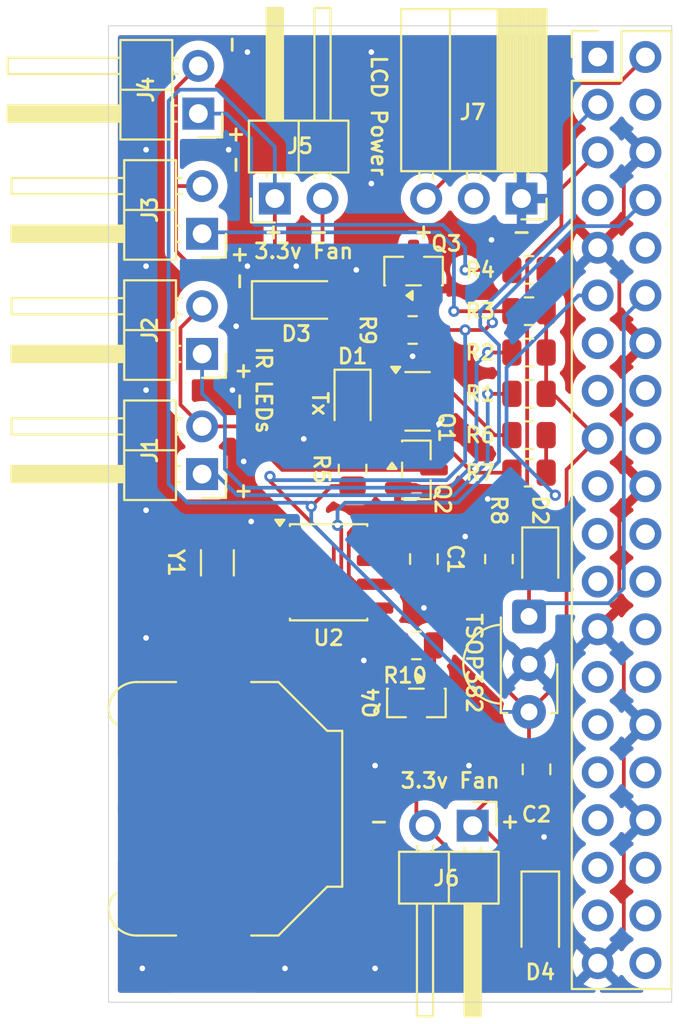
<source format=kicad_pcb>
(kicad_pcb (version 20241229) (generator "pcbnew") (generator_version "9.0")
  (layers (0 "F.Cu" signal) (2 "B.Cu" signal) (13 "F.Paste" user) (15 "B.Paste" user) (5 "F.SilkS" user "F.Silkscreen") (7 "B.SilkS" user "B.Silkscreen") (1 "F.Mask" user) (3 "B.Mask" user) (25 "Edge.Cuts" user))
  (net 0 "")
  (net 1 "GND")
  (net 2 "Net-(D3-A)")
  (net 3 "Net-(J1-Pin_2)")
  (net 4 "+3.3V")
  (net 5 "Net-(J2-Pin_1)")
  (net 6 "Net-(Q1-B)")
  (net 7 "Net-(BT1-+)")
  (net 8 "Net-(J1-Pin_1)")
  (net 9 "Net-(J4-Pin_1)")
  (net 10 "Net-(J3-Pin_1)")
  (net 13 "Net-(D4-A)")
  (net 14 "Net-(U2-OSCO)")
  (net 15 "+5V")
  (net 16 "Net-(U2-OSCI)")
  (net 17 "Net-(J8-Pin_5)")
  (net 25 "Net-(J8-Pin_8)")
  (net 33 "Net-(J8-Pin_11)")
  (net 37 "Net-(J8-Pin_3)")
  (net 46 "Net-(Q2-B)")
  (net 47 "Net-(Q3-B)")
  (net 48 "Net-(Q4-B)")
  (net 49 "Net-(D1-K)")
  (net 50 "Net-(D1-A)")
  (net 51 "Net-(D2-K)")
  (net 52 "Net-(D2-A)")
  (footprint "Package_TO_SOT_SMD:SOT-23" (layer "F.Cu") (at 138.2 83.65)
    (property "Reference" "Q2" (at 1.4 1.55 270) (layer "F.SilkS") (effects (font (size 0.8 0.8))))
    (property "Value" "MMBT2222A" (hide yes))
    (pad "1" smd roundrect (at -0.9375 -0.95) (size 1.475 0.6) (layers "F.Cu" "F.Mask" "F.Paste") (net 46 "Net-(Q2-B)"))
    (pad "2" smd roundrect (at -0.9375 0.95) (size 1.475 0.6) (layers "F.Cu" "F.Mask" "F.Paste") (net 1 "GND"))
    (pad "3" smd roundrect (at 0.9375 0) (size 1.475 0.6) (layers "F.Cu" "F.Mask" "F.Paste") (net 3 "Net-(J1-Pin_2)"))
  )
  (footprint "Connector_PinHeader_2.54mm:PinHeader_1x02_P2.54mm_Horizontal" (layer "F.Cu") (at 126.785 83.875 180)
    (property "Reference" "J1" (at 2.785 1.275 90) (layer "F.SilkS") (effects (font (size 0.8 0.8))))
    (property "Value" "HR3P-N4EC-00000" (hide yes))
    (pad "1" thru_hole rect (at 0 0 180) (size 1.7 1.7) (drill 1) (layers "*.Cu" "*.Mask") (net 8 "Net-(J1-Pin_1)"))
    (pad "2" thru_hole circle (at 0 2.54 180) (size 1.7 1.7) (drill 1) (layers "*.Cu" "*.Mask") (net 3 "Net-(J1-Pin_2)"))
  )
  (footprint "Resistor_SMD:R_0805_2012Metric" (layer "F.Cu") (at 144.2 73 180)
    (property "Reference" "R4" (at 2.6 0 0) (layer "F.SilkS") (effects (font (size 0.8 0.8))))
    (property "Value" "47" (hide yes))
    (pad "1" smd roundrect (at -0.9125 0 180) (size 1.025 1.4) (layers "F.Cu" "F.Mask" "F.Paste") (roundrect_rratio 0.243902) (net 4 "+3.3V"))
    (pad "2" smd roundrect (at 0.9125 0 180) (size 1.025 1.4) (layers "F.Cu" "F.Mask" "F.Paste") (roundrect_rratio 0.243902) (net 9 "Net-(J4-Pin_1)"))
  )
  (footprint "Resistor_SMD:R_0805_2012Metric" (layer "F.Cu") (at 144.2 83.8)
    (property "Reference" "R7" (at -2.6 0 0) (layer "F.SilkS") (effects (font (size 0.8 0.8))))
    (property "Value" "1k" (hide yes))
    (pad "1" smd roundrect (at -0.9125 0) (size 1.025 1.4) (layers "F.Cu" "F.Mask" "F.Paste") (roundrect_rratio 0.243902) (net 46 "Net-(Q2-B)"))
    (pad "2" smd roundrect (at 0.9125 0) (size 1.025 1.4) (layers "F.Cu" "F.Mask" "F.Paste") (roundrect_rratio 0.243902) (net 33 "Net-(J8-Pin_11)"))
  )
  (footprint "Battery:BatteryHolder_Keystone_3000_1x12mm" (layer "F.Cu") (at 127.4 101.7 -90)
    (property "Reference" "BT1" (hide yes))
    (property "Value" "Battery_Cell" (hide yes))
    (pad "1" smd rect (at -7.9 0 270) (size 3.5 3.3) (layers "F.Cu" "F.Mask" "F.Paste") (net 7 "Net-(BT1-+)"))
    (pad "1" smd rect (at 7.9 0 270) (size 3.5 3.3) (layers "F.Cu" "F.Mask" "F.Paste") (net 7 "Net-(BT1-+)"))
    (pad "2" smd circle (at 0 0 270) (size 10.2 10.2) (layers "F.Cu" "F.Mask") (net 1 "GND"))
  )
  (footprint "Connector_PinHeader_2.54mm:PinHeader_1x02_P2.54mm_Horizontal" (layer "F.Cu") (at 126.785 77.475 180)
    (property "Reference" "J2" (at 2.785 1.275 90) (layer "F.SilkS") (effects (font (size 0.8 0.8))))
    (property "Value" "HR3P-N4EC-00000" (hide yes))
    (pad "1" thru_hole rect (at 0 0 180) (size 1.7 1.7) (drill 1) (layers "*.Cu" "*.Mask") (net 5 "Net-(J2-Pin_1)"))
    (pad "2" thru_hole circle (at 0 2.54 180) (size 1.7 1.7) (drill 1) (layers "*.Cu" "*.Mask") (net 3 "Net-(J1-Pin_2)"))
  )
  (footprint "Package_SO:SOIC-8_3.9x4.9mm_P1.27mm" (layer "F.Cu") (at 133.525 89.105)
    (property "Reference" "U2" (at 0 3.495 0) (layer "F.SilkS") (effects (font (size 0.8 0.8))))
    (property "Value" "PCF8523T" (hide yes))
    (pad "1" smd roundrect (at -2.475 -1.905) (size 1.95 0.6) (layers "F.Cu" "F.Mask" "F.Paste") (net 16 "Net-(U2-OSCI)"))
    (pad "2" smd roundrect (at -2.475 -0.635) (size 1.95 0.6) (layers "F.Cu" "F.Mask" "F.Paste") (net 14 "Net-(U2-OSCO)"))
    (pad "3" smd roundrect (at -2.475 0.635) (size 1.95 0.6) (layers "F.Cu" "F.Mask" "F.Paste") (net 7 "Net-(BT1-+)"))
    (pad "4" smd roundrect (at -2.475 1.905) (size 1.95 0.6) (layers "F.Cu" "F.Mask" "F.Paste") (net 1 "GND"))
    (pad "5" smd roundrect (at 2.475 1.905) (size 1.95 0.6) (layers "F.Cu" "F.Mask" "F.Paste") (net 37 "Net-(J8-Pin_3)"))
    (pad "6" smd roundrect (at 2.475 0.635) (size 1.95 0.6) (layers "F.Cu" "F.Mask" "F.Paste") (net 17 "Net-(J8-Pin_5)"))
    (pad "7" smd roundrect (at 2.475 -0.635) (size 1.95 0.6) (layers "F.Cu" "F.Mask" "F.Paste"))
    (pad "8" smd roundrect (at 2.475 -1.905) (size 1.95 0.6) (layers "F.Cu" "F.Mask" "F.Paste") (net 4 "+3.3V"))
  )
  (footprint "Capacitor_SMD:C_0805_2012Metric" (layer "F.Cu") (at 144.6 99.6 -90)
    (property "Reference" "C2" (at 2.4 0 0) (layer "F.SilkS") (effects (font (size 0.8 0.8))))
    (property "Value" "10nF" (hide yes))
    (pad "1" smd roundrect (at -0.95 0 270) (size 1 1.45) (layers "F.Cu" "F.Mask" "F.Paste") (net 4 "+3.3V"))
    (pad "2" smd roundrect (at 0.95 0 270) (size 1 1.45) (layers "F.Cu" "F.Mask" "F.Paste") (net 1 "GND"))
  )
  (footprint "Resistor_SMD:R_0805_2012Metric" (layer "F.Cu") (at 144.2 81.8)
    (property "Reference" "R6" (at -2.6 0 0) (layer "F.SilkS") (effects (font (size 0.8 0.8))))
    (property "Value" "1k" (hide yes))
    (pad "1" smd roundrect (at -0.9125 0) (size 1.025 1.4) (layers "F.Cu" "F.Mask" "F.Paste") (roundrect_rratio 0.243902) (net 6 "Net-(Q1-B)"))
    (pad "2" smd roundrect (at 0.9125 0) (size 1.025 1.4) (layers "F.Cu" "F.Mask" "F.Paste") (roundrect_rratio 0.243902) (net 33 "Net-(J8-Pin_11)"))
  )
  (footprint "Diode_SMD:D_SOD-123" (layer "F.Cu") (at 131.8 74.6)
    (property "Reference" "D3" (at 0 1.8 0) (layer "F.SilkS") (effects (font (size 0.8 0.8))))
    (property "Value" "1N4007FL" (hide yes))
    (pad "1" smd roundrect (at -1.65 0) (size 0.9 1.2) (layers "F.Cu" "F.Mask" "F.Paste") (net 4 "+3.3V"))
    (pad "2" smd roundrect (at 1.65 0) (size 0.9 1.2) (layers "F.Cu" "F.Mask" "F.Paste") (net 2 "Net-(D3-A)"))
  )
  (footprint "Connector_PinHeader_2.54mm:PinHeader_1x02_P2.54mm_Horizontal" (layer "F.Cu") (at 126.585 64.675 180)
    (property "Reference" "J4" (at 2.785 1.275 90) (layer "F.SilkS") (effects (font (size 0.8 0.8))))
    (property "Value" "HR3P-N4EC-00000" (hide yes))
    (pad "1" thru_hole rect (at 0 0 180) (size 1.7 1.7) (drill 1) (layers "*.Cu" "*.Mask") (net 9 "Net-(J4-Pin_1)"))
    (pad "2" thru_hole circle (at 0 2.54 180) (size 1.7 1.7) (drill 1) (layers "*.Cu" "*.Mask") (net 49 "Net-(D1-K)"))
  )
  (footprint "Connector_PinHeader_2.54mm:PinHeader_1x02_P2.54mm_Horizontal" (layer "F.Cu") (at 130.66 69.2 90)
    (property "Reference" "J5" (at 2.8 1.34 180) (layer "F.SilkS") (effects (font (size 0.8 0.8))))
    (property "Value" "~")
    (pad "1" thru_hole rect (at 0 0 90) (size 1.7 1.7) (drill 1) (layers "*.Cu" "*.Mask") (net 4 "+3.3V"))
    (pad "2" thru_hole circle (at 0 2.54 90) (size 1.7 1.7) (drill 1) (layers "*.Cu" "*.Mask") (net 2 "Net-(D3-A)"))
  )
  (footprint "Resistor_SMD:R_0805_2012Metric" (layer "F.Cu") (at 138.2 93 180)
    (property "Reference" "R10" (at 0.6 -1.6 0) (layer "F.SilkS") (effects (font (size 0.8 0.8))))
    (property "Value" "1k" (hide yes))
    (pad "1" smd roundrect (at -0.9125 0 180) (size 1.025 1.4) (layers "F.Cu" "F.Mask" "F.Paste") (roundrect_rratio 0.243902) (net 48 "Net-(Q4-B)"))
    (pad "2" smd roundrect (at 0.9125 0 180) (size 1.025 1.4) (layers "F.Cu" "F.Mask" "F.Paste") (roundrect_rratio 0.243902) (net 25 "Net-(J8-Pin_8)"))
  )
  (footprint "Package_TO_SOT_SMD:SOT-23" (layer "F.Cu") (at 138.2 96.0625 -90)
    (property "Reference" "Q4" (at 0 2.4 90) (layer "F.SilkS") (effects (font (size 0.8 0.8))))
    (property "Value" "MMBT2222A" (hide yes))
    (pad "1" smd roundrect (at -0.9375 -0.95 270) (size 1.475 0.6) (layers "F.Cu" "F.Mask" "F.Paste") (net 48 "Net-(Q4-B)"))
    (pad "2" smd roundrect (at -0.9375 0.95 270) (size 1.475 0.6) (layers "F.Cu" "F.Mask" "F.Paste") (net 1 "GND"))
    (pad "3" smd roundrect (at 0.9375 0 270) (size 1.475 0.6) (layers "F.Cu" "F.Mask" "F.Paste") (net 13 "Net-(D4-A)"))
  )
  (footprint "Diode_SMD:D_0805_2012Metric" (layer "F.Cu") (at 144.8 88.4 -90)
    (property "Reference" "D2" (at -2.6 0 270) (layer "F.SilkS") (effects (font (size 0.8 0.8))))
    (property "Value" "LED" (hide yes))
    (pad "1" smd roundrect (at -0.9375 0 270) (size 0.975 1.4) (layers "F.Cu" "F.Mask" "F.Paste") (net 51 "Net-(D2-K)"))
    (pad "2" smd roundrect (at 0.9375 0 270) (size 0.975 1.4) (layers "F.Cu" "F.Mask" "F.Paste") (net 52 "Net-(D2-A)"))
  )
  (footprint "Resistor_SMD:R_0805_2012Metric" (layer "F.Cu") (at 144.2 79.6 180)
    (property "Reference" "R1" (at 2.6 0 0) (layer "F.SilkS") (effects (font (size 0.8 0.8))))
    (property "Value" "47" (hide yes))
    (pad "1" smd roundrect (at -0.9125 0 180) (size 1.025 1.4) (layers "F.Cu" "F.Mask" "F.Paste") (roundrect_rratio 0.243902) (net 4 "+3.3V"))
    (pad "2" smd roundrect (at 0.9125 0 180) (size 1.025 1.4) (layers "F.Cu" "F.Mask" "F.Paste") (roundrect_rratio 0.243902) (net 8 "Net-(J1-Pin_1)"))
  )
  (footprint "OptoDevice:Vishay_MINICAST-3Pin" (layer "F.Cu") (at 144.2 91.46 -90)
    (property "Reference" "U1" (hide yes))
    (property "Value" "TSOP38238" (hide yes))
    (pad "1" thru_hole roundrect (at 0 0 270) (size 1.8 1.8) (drill 0.9) (layers "*.Cu" "*.Mask") (roundrect_rratio 0.139) (net 52 "Net-(D2-A)"))
    (pad "2" thru_hole circle (at 2.54 0 270) (size 1.8 1.8) (drill 0.9) (layers "*.Cu" "*.Mask") (net 1 "GND"))
    (pad "3" thru_hole circle (at 5.08 0 270) (size 1.8 1.8) (drill 0.9) (layers "*.Cu" "*.Mask") (net 4 "+3.3V"))
  )
  (footprint "Connector_PinSocket_2.54mm:PinSocket_1x03_P2.54mm_Horizontal" (layer "F.Cu") (at 143.8 69.2 -90)
    (property "Reference" "J7" (at -4.6 2.6 180) (layer "F.SilkS") (effects (font (size 0.8 0.8))))
    (property "Value" "LCD Power" (at -4.4 7.6 270) (layer "F.SilkS") (effects (font (size 0.8 0.8))))
    (pad "1" thru_hole rect (at 0 0 270) (size 1.7 1.7) (drill 1) (layers "*.Cu" "*.Mask") (net 1 "GND"))
    (pad "2" thru_hole circle (at 0 2.54 270) (size 1.7 1.7) (drill 1) (layers "*.Cu" "*.Mask"))
    (pad "3" thru_hole circle (at 0 5.08 270) (size 1.7 1.7) (drill 1) (layers "*.Cu" "*.Mask") (net 15 "+5V"))
  )
  (footprint "Resistor_SMD:R_0805_2012Metric" (layer "F.Cu") (at 138 76.2)
    (property "Reference" "R9" (at -2.4 0 270) (layer "F.SilkS") (effects (font (size 0.8 0.8))))
    (property "Value" "1k" (hide yes))
    (pad "1" smd roundrect (at -0.9125 0) (size 1.025 1.4) (layers "F.Cu" "F.Mask" "F.Paste") (roundrect_rratio 0.243902) (net 47 "Net-(Q3-B)"))
    (pad "2" smd roundrect (at 0.9125 0) (size 1.025 1.4) (layers "F.Cu" "F.Mask" "F.Paste") (roundrect_rratio 0.243902) (net 25 "Net-(J8-Pin_8)"))
  )
  (footprint "Package_TO_SOT_SMD:SOT-23" (layer "F.Cu") (at 138.2625 80)
    (property "Reference" "Q1" (at 1.5375 1.4 270) (layer "F.SilkS") (effects (font (size 0.8 0.8))))
    (property "Value" "MMBT2222A" (hide yes))
    (pad "1" smd roundrect (at -0.9375 -0.95) (size 1.475 0.6) (layers "F.Cu" "F.Mask" "F.Paste") (net 6 "Net-(Q1-B)"))
    (pad "2" smd roundrect (at -0.9375 0.95) (size 1.475 0.6) (layers "F.Cu" "F.Mask" "F.Paste") (net 1 "GND"))
    (pad "3" smd roundrect (at 0.9375 0) (size 1.475 0.6) (layers "F.Cu" "F.Mask" "F.Paste") (net 49 "Net-(D1-K)"))
  )
  (footprint "Connector_PinHeader_2.54mm:PinHeader_1x02_P2.54mm_Horizontal" (layer "F.Cu") (at 141.2 102.6 -90)
    (property "Reference" "J6" (at 2.8 1.4 180) (layer "F.SilkS") (effects (font (size 0.8 0.8))))
    (property "Value" "~")
    (pad "1" thru_hole rect (at 0 0 270) (size 1.7 1.7) (drill 1) (layers "*.Cu" "*.Mask") (net 4 "+3.3V"))
    (pad "2" thru_hole circle (at 0 2.54 270) (size 1.7 1.7) (drill 1) (layers "*.Cu" "*.Mask") (net 13 "Net-(D4-A)"))
  )
  (footprint "Diode_SMD:D_SOD-123" (layer "F.Cu") (at 144.8 107.4 -90)
    (property "Reference" "D4" (at 3 0 0) (layer "F.SilkS") (effects (font (size 0.8 0.8))))
    (property "Value" "1N4007FL" (hide yes))
    (pad "1" smd roundrect (at -1.65 0 270) (size 0.9 1.2) (layers "F.Cu" "F.Mask" "F.Paste") (net 4 "+3.3V"))
    (pad "2" smd roundrect (at 1.65 0 270) (size 0.9 1.2) (layers "F.Cu" "F.Mask" "F.Paste") (net 13 "Net-(D4-A)"))
  )
  (footprint "Crystal:Crystal_SMD_3215-2Pin_3.2x1.5mm" (layer "F.Cu") (at 127.6 88.6 -90)
    (property "Reference" "Y1" (at 0 2.2 270) (layer "F.SilkS") (effects (font (size 0.8 0.8))))
    (property "Value" "Crystal" (hide yes))
    (pad "1" smd rect (at 1.25 0 270) (size 1 1.8) (layers "F.Cu" "F.Mask" "F.Paste") (net 14 "Net-(U2-OSCO)"))
    (pad "2" smd rect (at -1.25 0 270) (size 1 1.8) (layers "F.Cu" "F.Mask" "F.Paste") (net 16 "Net-(U2-OSCI)"))
  )
  (footprint "Resistor_SMD:R_0805_2012Metric" (layer "F.Cu") (at 134.8 83.6 90)
    (property "Reference" "R5" (at 0 -1.65 270) (layer "F.SilkS") (effects (font (size 0.8 0.8))))
    (property "Value" "470" (hide yes))
    (pad "1" smd roundrect (at -0.9125 0 90) (size 1.025 1.4) (layers "F.Cu" "F.Mask" "F.Paste") (roundrect_rratio 0.243902) (net 4 "+3.3V"))
    (pad "2" smd roundrect (at 0.9125 0 90) (size 1.025 1.4) (layers "F.Cu" "F.Mask" "F.Paste") (roundrect_rratio 0.243902) (net 50 "Net-(D1-A)"))
  )
  (footprint "Resistor_SMD:R_0805_2012Metric" (layer "F.Cu") (at 144.2 77.4 180)
    (property "Reference" "R2" (at 2.6 0 0) (layer "F.SilkS") (effects (font (size 0.8 0.8))))
    (property "Value" "47" (hide yes))
    (pad "1" smd roundrect (at -0.9125 0 180) (size 1.025 1.4) (layers "F.Cu" "F.Mask" "F.Paste") (roundrect_rratio 0.243902) (net 4 "+3.3V"))
    (pad "2" smd roundrect (at 0.9125 0 180) (size 1.025 1.4) (layers "F.Cu" "F.Mask" "F.Paste") (roundrect_rratio 0.243902) (net 5 "Net-(J2-Pin_1)"))
  )
  (footprint "Diode_SMD:D_0805_2012Metric" (layer "F.Cu") (at 134.8 80 -90)
    (property "Reference" "D1" (at -2.4 0 180) (layer "F.SilkS") (effects (font (size 0.8 0.8))))
    (property "Value" "LED" (hide yes))
    (pad "1" smd roundrect (at -0.9375 0 270) (size 0.975 1.4) (layers "F.Cu" "F.Mask" "F.Paste") (net 49 "Net-(D1-K)"))
    (pad "2" smd roundrect (at 0.9375 0 270) (size 0.975 1.4) (layers "F.Cu" "F.Mask" "F.Paste") (net 50 "Net-(D1-A)"))
  )
  (footprint "Resistor_SMD:R_0805_2012Metric" (layer "F.Cu") (at 142.6 88.4 90)
    (property "Reference" "R8" (at 2.6 0 270) (layer "F.SilkS") (effects (font (size 0.8 0.8))))
    (property "Value" "470" (hide yes))
    (pad "1" smd roundrect (at -0.9125 0 90) (size 1.025 1.4) (layers "F.Cu" "F.Mask" "F.Paste") (roundrect_rratio 0.243902) (net 1 "GND"))
    (pad "2" smd roundrect (at 0.9125 0 90) (size 1.025 1.4) (layers "F.Cu" "F.Mask" "F.Paste") (roundrect_rratio 0.243902) (net 51 "Net-(D2-K)"))
  )
  (footprint "Capacitor_SMD:C_0805_2012Metric" (layer "F.Cu") (at 138.6 88.4 -90)
    (property "Reference" "C1" (at 0 -1.68 270) (layer "F.SilkS") (effects (font (size 0.8 0.8))))
    (property "Value" "10nF" (hide yes))
    (pad "1" smd roundrect (at -0.95 0 270) (size 1 1.45) (layers "F.Cu" "F.Mask" "F.Paste") (net 4 "+3.3V"))
    (pad "2" smd roundrect (at 0.95 0 270) (size 1 1.45) (layers "F.Cu" "F.Mask" "F.Paste") (net 1 "GND"))
  )
  (footprint "Connector_PinHeader_2.54mm:PinHeader_1x02_P2.54mm_Horizontal" (layer "F.Cu") (at 126.785 71.075 180)
    (property "Reference" "J3" (at 2.785 1.275 90) (layer "F.SilkS") (effects (font (size 0.8 0.8))))
    (property "Value" "HR3P-N4EC-00000" (hide yes))
    (pad "1" thru_hole rect (at 0 0 180) (size 1.7 1.7) (drill 1) (layers "*.Cu" "*.Mask") (net 10 "Net-(J3-Pin_1)"))
    (pad "2" thru_hole circle (at 0 2.54 180) (size 1.7 1.7) (drill 1) (layers "*.Cu" "*.Mask") (net 49 "Net-(D1-K)"))
  )
  (footprint "Resistor_SMD:R_0805_2012Metric" (layer "F.Cu") (at 144.2 75.2 180)
    (property "Reference" "R3" (at 2.6 0 0) (layer "F.SilkS") (effects (font (size 0.8 0.8))))
    (property "Value" "47" (hide yes))
    (pad "1" smd roundrect (at -0.9125 0 180) (size 1.025 1.4) (layers "F.Cu" "F.Mask" "F.Paste") (roundrect_rratio 0.243902) (net 4 "+3.3V"))
    (pad "2" smd roundrect (at 0.9125 0 180) (size 1.025 1.4) (layers "F.Cu" "F.Mask" "F.Paste") (roundrect_rratio 0.243902) (net 10 "Net-(J3-Pin_1)"))
  )
  (footprint "Connector_PinHeader_2.54mm:PinHeader_2x20_P2.54mm_Vertical" (layer "F.Cu") (at 147.86 61.66)
    (property "Reference" "J8" (hide yes))
    (property "Value" "Conn_02x20_Odd_Even" (hide yes))
    (pad "1" thru_hole rect (at 0 0) (size 1.7 1.7) (drill 1) (layers "*.Cu" "*.Mask"))
    (pad "2" thru_hole circle (at 2.54 0) (size 1.7 1.7) (drill 1) (layers "*.Cu" "*.Mask") (net 15 "+5V"))
    (pad "3" thru_hole circle (at 0 2.54) (size 1.7 1.7) (drill 1) (layers "*.Cu" "*.Mask") (net 37 "Net-(J8-Pin_3)"))
    (pad "4" thru_hole circle (at 2.54 2.54) (size 1.7 1.7) (drill 1) (layers "*.Cu" "*.Mask"))
    (pad "5" thru_hole circle (at 0 5.08) (size 1.7 1.7) (drill 1) (layers "*.Cu" "*.Mask") (net 17 "Net-(J8-Pin_5)"))
    (pad "6" thru_hole circle (at 2.54 5.08) (size 1.7 1.7) (drill 1) (layers "*.Cu" "*.Mask") (net 1 "GND"))
    (pad "7" thru_hole circle (at 0 7.62) (size 1.7 1.7) (drill 1) (layers "*.Cu" "*.Mask"))
    (pad "8" thru_hole circle (at 2.54 7.62) (size 1.7 1.7) (drill 1) (layers "*.Cu" "*.Mask") (net 25 "Net-(J8-Pin_8)"))
    (pad "9" thru_hole circle (at 0 10.16) (size 1.7 1.7) (drill 1) (layers "*.Cu" "*.Mask") (net 1 "GND"))
    (pad "10" thru_hole circle (at 2.54 10.16) (size 1.7 1.7) (drill 1) (layers "*.Cu" "*.Mask"))
    (pad "11" thru_hole circle (at 0 12.7) (size 1.7 1.7) (drill 1) (layers "*.Cu" "*.Mask") (net 33 "Net-(J8-Pin_11)"))
    (pad "12" thru_hole circle (at 2.54 12.7) (size 1.7 1.7) (drill 1) (layers "*.Cu" "*.Mask") (net 52 "Net-(D2-A)"))
    (pad "13" thru_hole circle (at 0 15.24) (size 1.7 1.7) (drill 1) (layers "*.Cu" "*.Mask"))
    (pad "14" thru_hole circle (at 2.54 15.24) (size 1.7 1.7) (drill 1) (layers "*.Cu" "*.Mask") (net 1 "GND"))
    (pad "15" thru_hole circle (at 0 17.78) (size 1.7 1.7) (drill 1) (layers "*.Cu" "*.Mask"))
    (pad "16" thru_hole circle (at 2.54 17.78) (size 1.7 1.7) (drill 1) (layers "*.Cu" "*.Mask"))
    (pad "17" thru_hole circle (at 0 20.32) (size 1.7 1.7) (drill 1) (layers "*.Cu" "*.Mask") (net 4 "+3.3V"))
    (pad "18" thru_hole circle (at 2.54 20.32) (size 1.7 1.7) (drill 1) (layers "*.Cu" "*.Mask"))
    (pad "19" thru_hole circle (at 0 22.86) (size 1.7 1.7) (drill 1) (layers "*.Cu" "*.Mask"))
    (pad "20" thru_hole circle (at 2.54 22.86) (size 1.7 1.7) (drill 1) (layers "*.Cu" "*.Mask") (net 1 "GND"))
    (pad "21" thru_hole circle (at 0 25.4) (size 1.7 1.7) (drill 1) (layers "*.Cu" "*.Mask"))
    (pad "22" thru_hole circle (at 2.54 25.4) (size 1.7 1.7) (drill 1) (layers "*.Cu" "*.Mask"))
    (pad "23" thru_hole circle (at 0 27.94) (size 1.7 1.7) (drill 1) (layers "*.Cu" "*.Mask"))
    (pad "24" thru_hole circle (at 2.54 27.94) (size 1.7 1.7) (drill 1) (layers "*.Cu" "*.Mask"))
    (pad "25" thru_hole circle (at 0 30.48) (size 1.7 1.7) (drill 1) (layers "*.Cu" "*.Mask") (net 1 "GND"))
    (pad "26" thru_hole circle (at 2.54 30.48) (size 1.7 1.7) (drill 1) (layers "*.Cu" "*.Mask"))
    (pad "27" thru_hole circle (at 0 33.02) (size 1.7 1.7) (drill 1) (layers "*.Cu" "*.Mask"))
    (pad "28" thru_hole circle (at 2.54 33.02) (size 1.7 1.7) (drill 1) (layers "*.Cu" "*.Mask"))
    (pad "29" thru_hole circle (at 0 35.56) (size 1.7 1.7) (drill 1) (layers "*.Cu" "*.Mask"))
    (pad "30" thru_hole circle (at 2.54 35.56) (size 1.7 1.7) (drill 1) (layers "*.Cu" "*.Mask") (net 1 "GND"))
    (pad "31" thru_hole circle (at 0 38.1) (size 1.7 1.7) (drill 1) (layers "*.Cu" "*.Mask"))
    (pad "32" thru_hole circle (at 2.54 38.1) (size 1.7 1.7) (drill 1) (layers "*.Cu" "*.Mask"))
    (pad "33" thru_hole circle (at 0 40.64) (size 1.7 1.7) (drill 1) (layers "*.Cu" "*.Mask"))
    (pad "34" thru_hole circle (at 2.54 40.64) (size 1.7 1.7) (drill 1) (layers "*.Cu" "*.Mask") (net 1 "GND"))
    (pad "35" thru_hole circle (at 0 43.18) (size 1.7 1.7) (drill 1) (layers "*.Cu" "*.Mask"))
    (pad "36" thru_hole circle (at 2.54 43.18) (size 1.7 1.7) (drill 1) (layers "*.Cu" "*.Mask"))
    (pad "37" thru_hole circle (at 0 45.72) (size 1.7 1.7) (drill 1) (layers "*.Cu" "*.Mask"))
    (pad "38" thru_hole circle (at 2.54 45.72) (size 1.7 1.7) (drill 1) (layers "*.Cu" "*.Mask"))
    (pad "39" thru_hole circle (at 0 48.26) (size 1.7 1.7) (drill 1) (layers "*.Cu" "*.Mask") (net 1 "GND"))
    (pad "40" thru_hole circle (at 2.54 48.26) (size 1.7 1.7) (drill 1) (layers "*.Cu" "*.Mask"))
  )
  (footprint "Package_TO_SOT_SMD:SOT-23" (layer "F.Cu") (at 138.05 73.0625 90)
    (property "Reference" "Q3" (at 1.4625 1.75 0) (layer "F.SilkS") (effects (font (size 0.8 0.8))))
    (property "Value" "MMBT2222A" (hide yes))
    (pad "1" smd roundrect (at -0.9375 -0.95 90) (size 1.475 0.6) (layers "F.Cu" "F.Mask" "F.Paste") (net 47 "Net-(Q3-B)"))
    (pad "2" smd roundrect (at -0.9375 0.95 90) (size 1.475 0.6) (layers "F.Cu" "F.Mask" "F.Paste") (net 1 "GND"))
    (pad "3" smd roundrect (at 0.9375 0 90) (size 1.475 0.6) (layers "F.Cu" "F.Mask" "F.Paste") (net 2 "Net-(D3-A)"))
  )
  (gr_line (start 151.8 60) (end 121.8 60) (stroke (width 0.05)) (layer "Edge.Cuts"))
  (gr_line (start 121.8 60) (end 121.8 112) (stroke (width 0.05)) (layer "Edge.Cuts"))
  (gr_line (start 151.8 112) (end 151.8 60) (stroke (width 0.05)) (layer "Edge.Cuts"))
  (gr_line (start 121.8 112) (end 151.8 112) (stroke (width 0.05)) (layer "Edge.Cuts"))
  (gr_text "Tx" (at 132.6 79.4 270) (layer "F.SilkS") (effects (font (size 0.8 0.8) (thickness 0.15) (bold yes)) (justify left bottom)))
  (gr_text "IR LEDs" (at 129.6 77 270) (layer "F.SilkS") (effects (font (size 0.8 0.8) (thickness 0.15) (bold yes)) (justify left bottom)))
  (gr_text "-" (at 129.2 74.2 90) (layer "F.SilkS") (effects (font (size 0.8 0.8) (thickness 0.15) (bold yes)) (justify left bottom)))
  (gr_text "+" (at 131 71.6 90) (layer "F.SilkS") (effects (font (size 0.8 0.8) (thickness 0.15) (bold yes)) (justify left bottom)))
  (gr_text "+" (at 128.4 78.8 0) (layer "F.SilkS") (effects (font (size 0.8 0.8) (thickness 0.15) (bold yes)) (justify left bottom)))
  (gr_text "-" (at 129.2 80.6 90) (layer "F.SilkS") (effects (font (size 0.8 0.8) (thickness 0.15) (bold yes)) (justify left bottom)))
  (gr_text "+" (at 128 66.2 0) (layer "F.SilkS") (effects (font (size 0.8 0.8) (thickness 0.15) (bold yes)) (justify left bottom)))
  (gr_text "-" (at 133.6 70.6 180) (layer "F.SilkS") (effects (font (size 0.8 0.8) (thickness 0.15) (bold yes)) (justify left bottom)))
  (gr_text "-" (at 136.8 102 180) (layer "F.SilkS") (effects (font (size 0.8 0.8) (thickness 0.15) (bold yes)) (justify left bottom)))
  (gr_text "+" (at 128.4 85.2 0) (layer "F.SilkS") (effects (font (size 0.8 0.8) (thickness 0.15) (bold yes)) (justify left bottom)))
  (gr_text "-" (at 144.4 70.6 180) (layer "F.SilkS") (effects (font (size 0.8 0.8) (thickness 0.15) (bold yes)) (justify left bottom)))
  (gr_text "-" (at 128.8 61.6 90) (layer "F.SilkS") (effects (font (size 0.8 0.8) (thickness 0.15) (bold yes)) (justify left bottom)))
  (gr_text "3.3v Fan" (at 140 100.2 0) (layer "F.SilkS") (effects (font (size 0.8 0.8))))
  (gr_text "+" (at 143.6 103 90) (layer "F.SilkS") (effects (font (size 0.8 0.8) (thickness 0.15) (bold yes)) (justify left bottom)))
  (gr_text "+" (at 139 71.6 90) (layer "F.SilkS") (effects (font (size 0.8 0.8) (thickness 0.15) (bold yes)) (justify left bottom)))
  (gr_text "TSOP382" (at 140.8 91.2 270) (layer "F.SilkS") (effects (font (size 0.8 0.8) (thickness 0.15) (bold yes)) (justify left bottom)))
  (gr_text "3.3v Fan" (at 132.2 72 0) (layer "F.SilkS") (effects (font (size 0.8 0.8))))
  (gr_text "-" (at 129 68 90) (layer "F.SilkS") (effects (font (size 0.8 0.8) (thickness 0.15) (bold yes)) (justify left bottom)))
  (gr_text "+" (at 128.2 72.6 0) (layer "F.SilkS") (effects (font (size 0.8 0.8) (thickness 0.15) (bold yes)) (justify left bottom)))
  (segment (start 149.249 70.431) (end 147.86 71.82) (width 0.2) (layer "F.Cu") (net 1))
  (segment (start 147.86 109.92) (end 149.249 108.531) (width 0.2) (layer "F.Cu") (net 1))
  (segment (start 149.249 98.371) (end 149.249 101.149) (width 0.2) (layer "F.Cu") (net 1))
  (segment (start 149.249 78.051) (end 150.4 76.9) (width 0.2) (layer "F.Cu") (net 1))
  (segment (start 149.249 67.891) (end 149.249 70.431) (width 0.2) (layer "F.Cu") (net 1))
  (segment (start 149.011 90.989) (end 149.011 85.909) (width 0.2) (layer "F.Cu") (net 1))
  (segment (start 150.4 97.22) (end 149.249 98.371) (width 0.2) (layer "F.Cu") (net 1))
  (segment (start 149.249 101.149) (end 150.4 102.3) (width 0.2) (layer "F.Cu") (net 1))
  (segment (start 150.4 84.52) (end 149.249 83.369) (width 0.2) (layer "F.Cu") (net 1))
  (segment (start 149.011 85.909) (end 150.4 84.52) (width 0.2) (layer "F.Cu") (net 1))
  (segment (start 150.4 97.22) (end 149.249 96.069) (width 0.2) (layer "F.Cu") (net 1))
  (segment (start 149.249 108.531) (end 149.249 103.451) (width 0.2) (layer "F.Cu") (net 1))
  (segment (start 147.86 92.14) (end 149.011 90.989) (width 0.2) (layer "F.Cu") (net 1))
  (segment (start 150.4 66.74) (end 149.249 67.891) (width 0.2) (layer "F.Cu") (net 1))
  (segment (start 149.011 75.511) (end 149.011 72.971) (width 0.2) (layer "F.Cu") (net 1))
  (segment (start 149.249 103.451) (end 150.4 102.3) (width 0.2) (layer "F.Cu") (net 1))
  (segment (start 149.249 93.529) (end 147.86 92.14) (width 0.2) (layer "F.Cu") (net 1))
  (segment (start 149.249 83.369) (end 149.249 78.051) (width 0.2) (layer "F.Cu") (net 1))
  (segment (start 149.249 96.069) (end 149.249 93.529) (width 0.2) (layer "F.Cu") (net 1))
  (segment (start 150.4 76.9) (end 149.011 75.511) (width 0.2) (layer "F.Cu") (net 1))
  (segment (start 149.011 72.971) (end 147.86 71.82) (width 0.2) (layer "F.Cu") (net 1))
  (via (at 131.2 110.2) (size 0.6) (drill 0.3) (layers "F.Cu" "B.Cu") (net 1))
  (via (at 139.4 81.2) (size 0.6) (drill 0.3) (layers "F.Cu" "B.Cu") (net 1))
  (via (at 128.4 79.4) (size 0.6) (drill 0.3) (layers "F.Cu" "B.Cu") (net 1))
  (via (at 138.6 91) (size 0.6) (drill 0.3) (layers "F.Cu" "B.Cu") (net 1))
  (via (at 123.8 72.8) (size 0.6) (drill 0.3) (layers "F.Cu" "B.Cu") (net 1))
  (via (at 136 110.2) (size 0.6) (drill 0.3) (layers "F.Cu" "B.Cu") (net 1))
  (via (at 135.8 61.4) (size 0.6) (drill 0.3) (layers "F.Cu" "B.Cu") (net 1))
  (via (at 132.2 82) (size 0.6) (drill 0.3) (layers "F.Cu" "B.Cu") (net 1))
  (via (at 135.8 68.4) (size 0.6) (drill 0.3) (layers "F.Cu" "B.Cu") (net 1))
  (via (at 136 99.4) (size 0.6) (drill 0.3) (layers "F.Cu" "B.Cu") (net 1))
  (via (at 140.8 87.2) (size 0.6) (drill 0.3) (layers "F.Cu" "B.Cu") (net 1))
  (via (at 145 103.2) (size 0.6) (drill 0.3) (layers "F.Cu" "B.Cu") (net 1))
  (via (at 123.6 110.2) (size 0.6) (drill 0.3) (layers "F.Cu" "B.Cu") (net 1))
  (via (at 142.2 71.4) (size 0.6) (drill 0.3) (layers "F.Cu" "B.Cu") (net 1))
  (via (at 135.4 93.8) (size 0.6) (drill 0.3) (layers "F.Cu" "B.Cu") (net 1))
  (via (at 123.8 85.8) (size 0.6) (drill 0.3) (layers "F.Cu" "B.Cu") (net 1))
  (via (at 129.2 61.4) (size 0.6) (drill 0.3) (layers "F.Cu" "B.Cu") (net 1))
  (via (at 129 83.2) (size 0.6) (drill 0.3) (layers "F.Cu" "B.Cu") (net 1))
  (via (at 123.8 92.6) (size 0.6) (drill 0.3) (layers "F.Cu" "B.Cu") (net 1))
  (via (at 138 77.6) (size 0.6) (drill 0.3) (layers "F.Cu" "B.Cu") (net 1))
  (via (at 141 99.4) (size 0.6) (drill 0.3) (layers "F.Cu" "B.Cu") (net 1))
  (via (at 123.8 79.4) (size 0.6) (drill 0.3) (layers "F.Cu" "B.Cu") (net 1))
  (via (at 128.2 66.6) (size 0.6) (drill 0.3) (layers "F.Cu" "B.Cu") (net 1))
  (via (at 129.4 86.4) (size 0.6) (drill 0.3) (layers "F.Cu" "B.Cu") (net 1))
  (via (at 129.2 72.8) (size 0.6) (drill 0.3) (layers "F.Cu" "B.Cu") (net 1))
  (via (at 128.6 76) (size 0.6) (drill 0.3) (layers "F.Cu" "B.Cu") (net 1))
  (via (at 135 73) (size 0.6) (drill 0.3) (layers "F.Cu" "B.Cu") (net 1))
  (via (at 131.8 72.8) (size 0.6) (drill 0.3) (layers "F.Cu" "B.Cu") (net 1))
  (via (at 123.8 66.6) (size 0.6) (drill 0.3) (layers "F.Cu" "B.Cu") (net 1))
  (via (at 142 85.2) (size 0.6) (drill 0.3) (layers "F.Cu" "B.Cu") (net 1))
  (segment (start 133.45 74.6) (end 135 74.6) (width 0.2) (layer "F.Cu") (net 2))
  (segment (start 133.2 69.2) (end 133.2 74.35) (width 0.2) (layer "F.Cu") (net 2))
  (segment (start 135 74.6) (end 137.475 72.125) (width 0.2) (layer "F.Cu") (net 2))
  (segment (start 137.475 72.125) (end 138.05 72.125) (width 0.2) (layer "F.Cu") (net 2))
  (segment (start 133.2 74.35) (end 133.45 74.6) (width 0.2) (layer "F.Cu") (net 2))
  (segment (start 139.1375 83.65) (end 131.05 83.65) (width 0.2) (layer "F.Cu") (net 3))
  (segment (start 125.634 80.184) (end 126.785 81.335) (width 0.2) (layer "F.Cu") (net 3))
  (segment (start 126.785 74.935) (end 125.634 76.086) (width 0.2) (layer "F.Cu") (net 3))
  (segment (start 125.634 76.086) (end 125.634 80.184) (width 0.2) (layer "F.Cu") (net 3))
  (segment (start 131.05 83.65) (end 128.735 81.335) (width 0.2) (layer "F.Cu") (net 3))
  (segment (start 128.735 81.335) (end 126.785 81.335) (width 0.2) (layer "F.Cu") (net 3))
  (segment (start 147.86 81.98) (end 145.48 79.6) (width 0.2) (layer "F.Cu") (net 4))
  (segment (start 144.8 105.75) (end 141.65 102.6) (width 0.2) (layer "F.Cu") (net 4))
  (segment (start 136 87.2) (end 138.35 87.2) (width 0.2) (layer "F.Cu") (net 4))
  (segment (start 145.48 79.6) (end 145.1125 79.6) (width 0.2) (layer "F.Cu") (net 4))
  (segment (start 141.2 102.05) (end 144.6 98.65) (width 0.2) (layer "F.Cu") (net 4))
  (segment (start 130.66 74.09) (end 130.15 74.6) (width 0.2) (layer "F.Cu") (net 4))
  (segment (start 144.2 96.54) (end 144.2 98.25) (width 0.2) (layer "F.Cu") (net 4))
  (segment (start 146.201 94.539) (end 146.201 83.639) (width 0.2) (layer "F.Cu") (net 4))
  (segment (start 145.1125 73) (end 145.1125 75.2) (width 0.2) (layer "F.Cu") (net 4))
  (segment (start 134.8 84.5125) (end 133.6875 84.5125) (width 0.2) (layer "F.Cu") (net 4))
  (segment (start 140.4 89.25) (end 140.4 92.74) (width 0.2) (layer "F.Cu") (net 4))
  (segment (start 140.4 92.74) (end 144.2 96.54) (width 0.2) (layer "F.Cu") (net 4))
  (segment (start 144.2 96.54) (end 146.201 94.539) (width 0.2) (layer "F.Cu") (net 4))
  (segment (start 138.6 87.45) (end 140.4 89.25) (width 0.2) (layer "F.Cu") (net 4))
  (segment (start 130.66 69.2) (end 130.66 74.09) (width 0.2) (layer "F.Cu") (net 4))
  (segment (start 141.65 102.6) (end 141.2 102.6) (width 0.2) (layer "F.Cu") (net 4))
  (segment (start 141.2 102.6) (end 141.2 102.05) (width 0.2) (layer "F.Cu") (net 4))
  (segment (start 145.1125 77.4) (end 145.1125 75.2) (width 0.2) (layer "F.Cu") (net 4))
  (segment (start 145.1125 79.6) (end 145.1125 77.4) (width 0.2) (layer "F.Cu") (net 4))
  (segment (start 146.201 83.639) (end 147.86 81.98) (width 0.2) (layer "F.Cu") (net 4))
  (segment (start 138.35 87.2) (end 138.6 87.45) (width 0.2) (layer "F.Cu") (net 4))
  (segment (start 144.2 98.25) (end 144.6 98.65) (width 0.2) (layer "F.Cu") (net 4))
  (segment (start 133.6875 84.5125) (end 132.6 85.6) (width 0.2) (layer "F.Cu") (net 4))
  (via (at 132.6 85.6) (size 0.6) (drill 0.3) (layers "F.Cu" "B.Cu") (net 4))
  (segment (start 132.6 85.6) (end 132.6 85.4) (width 0.2) (layer "B.Cu") (net 4))
  (segment (start 125.6 63.4) (end 125 64) (width 0.2) (layer "B.Cu") (net 4))
  (segment (start 130.66 66.448) (end 127.612 63.4) (width 0.2) (layer "B.Cu") (net 4))
  (segment (start 130.66 69.2) (end 130.66 66.448) (width 0.2) (layer "B.Cu") (net 4))
  (segment (start 144.2 96.54) (end 142.690057 96.54) (width 0.2) (layer "B.Cu") (net 4))
  (segment (start 125 64) (end 125 84.4) (width 0.2) (layer "B.Cu") (net 4))
  (segment (start 127.612 63.4) (end 125.6 63.4) (width 0.2) (layer "B.Cu") (net 4))
  (segment (start 132.6 86.449943) (end 132.6 85.4) (width 0.2) (layer "B.Cu") (net 4))
  (segment (start 132.4 85.4) (end 132.6 85.6) (width 0.2) (layer "B.Cu") (net 4))
  (segment (start 126 85.4) (end 132.4 85.4) (width 0.2) (layer "B.Cu") (net 4))
  (segment (start 125 84.4) (end 126 85.4) (width 0.2) (layer "B.Cu") (net 4))
  (segment (start 142.690057 96.54) (end 132.6 86.449943) (width 0.2) (layer "B.Cu") (net 4))
  (segment (start 143.2875 77.4) (end 142 77.4) (width 0.2) (layer "F.Cu") (net 5))
  (via (at 142 77.4) (size 0.6) (drill 0.3) (layers "F.Cu" "B.Cu") (net 5))
  (segment (start 141.4 79.350057) (end 141.4 78) (width 0.2) (layer "B.Cu") (net 5))
  (segment (start 126.785 77.475) (end 126.785 79.585) (width 0.2) (layer "B.Cu") (net 5))
  (segment (start 128 83.6) (end 128.999 84.599) (width 0.2) (layer "B.Cu") (net 5))
  (segment (start 141.399 79.351057) (end 141.4 79.350057) (width 0.2) (layer "B.Cu") (net 5))
  (segment (start 141.4 78) (end 142 77.4) (width 0.2) (layer "B.Cu") (net 5))
  (segment (start 141.4 79.849943) (end 141.399 79.848943) (width 0.2) (layer "B.Cu") (net 5))
  (segment (start 140.001 84.599) (end 141.4 83.2) (width 0.2) (layer "B.Cu") (net 5))
  (segment (start 126.785 79.585) (end 128 80.8) (width 0.2) (layer "B.Cu") (net 5))
  (segment (start 141.399 79.848943) (end 141.399 79.351057) (width 0.2) (layer "B.Cu") (net 5))
  (segment (start 141.4 83.2) (end 141.4 79.849943) (width 0.2) (layer "B.Cu") (net 5))
  (segment (start 128.999 84.599) (end 140.001 84.599) (width 0.2) (layer "B.Cu") (net 5))
  (segment (start 128 80.8) (end 128 83.6) (width 0.2) (layer "B.Cu") (net 5))
  (segment (start 142.379468 81.8) (end 143.2875 81.8) (width 0.2) (layer "F.Cu") (net 6))
  (segment (start 137.325 79.05) (end 139.629468 79.05) (width 0.2) (layer "F.Cu") (net 6))
  (segment (start 139.629468 79.05) (end 142.379468 81.8) (width 0.2) (layer "F.Cu") (net 6))
  (segment (start 127.4 109.6) (end 132 109.6) (width 0.2) (layer "F.Cu") (net 7))
  (segment (start 131.05 89.74) (end 130.075001 89.74) (width 0.2) (layer "F.Cu") (net 7))
  (segment (start 134.6 107) (end 134.6 97.2) (width 0.2) (layer "F.Cu") (net 7))
  (segment (start 132 109.6) (end 134.6 107) (width 0.2) (layer "F.Cu") (net 7))
  (segment (start 131.2 93.8) (end 127.4 93.8) (width 0.2) (layer "F.Cu") (net 7))
  (segment (start 130.075001 89.74) (end 127.4 92.415001) (width 0.2) (layer "F.Cu") (net 7))
  (segment (start 127.4 92.415001) (end 127.4 93.8) (width 0.2) (layer "F.Cu") (net 7))
  (segment (start 134.6 97.2) (end 131.2 93.8) (width 0.2) (layer "F.Cu") (net 7))
  (segment (start 143.2875 79.6) (end 142 79.6) (width 0.2) (layer "F.Cu") (net 8))
  (via (at 142 79.6) (size 0.6) (drill 0.3) (layers "F.Cu" "B.Cu") (net 8))
  (segment (start 140.2 85) (end 142 83.2) (width 0.2) (layer "B.Cu") (net 8))
  (segment (start 127.525 83.875) (end 128.65 85) (width 0.2) (layer "B.Cu") (net 8))
  (segment (start 128.65 85) (end 140.2 85) (width 0.2) (layer "B.Cu") (net 8))
  (segment (start 126.785 83.875) (end 127.525 83.875) (width 0.2) (layer "B.Cu") (net 8))
  (segment (start 142 83.2) (end 142 79.6) (width 0.2) (layer "B.Cu") (net 8))
  (segment (start 143.2875 73) (end 140.8 73) (width 0.2) (layer "F.Cu") (net 9))
  (via (at 140.8 73) (size 0.6) (drill 0.3) (layers "F.Cu" "B.Cu") (net 9))
  (segment (start 129.4 70.4) (end 129.4 66) (width 0.2) (layer "B.Cu") (net 9))
  (segment (start 139.6 70.6) (end 129.6 70.6) (width 0.2) (layer "B.Cu") (net 9))
  (segment (start 140.8 73) (end 140.8 71.8) (width 0.2) (layer "B.Cu") (net 9))
  (segment (start 129.6 70.6) (end 129.4 70.4) (width 0.2) (layer "B.Cu") (net 9))
  (segment (start 140.8 71.8) (end 139.6 70.6) (width 0.2) (layer "B.Cu") (net 9))
  (segment (start 129.4 66) (end 128.075 64.675) (width 0.2) (layer "B.Cu") (net 9))
  (segment (start 128.075 64.675) (end 126.585 64.675) (width 0.2) (layer "B.Cu") (net 9))
  (segment (start 143.2875 75.2) (end 140.2 75.2) (width 0.2) (layer "F.Cu") (net 10))
  (via (at 140.2 75.2) (size 0.6) (drill 0.3) (layers "F.Cu" "B.Cu") (net 10))
  (segment (start 140.2 75.2) (end 140.2 71.8) (width 0.2) (layer "B.Cu") (net 10))
  (segment (start 126.86 71) (end 126.785 71.075) (width 0.2) (layer "B.Cu") (net 10))
  (segment (start 140.2 71.8) (end 139.4 71) (width 0.2) (layer "B.Cu") (net 10))
  (segment (start 139.4 71) (end 126.86 71) (width 0.2) (layer "B.Cu") (net 10))
  (segment (start 144.8 109.05) (end 144.8 108.74) (width 0.2) (layer "F.Cu") (net 13))
  (segment (start 138.2 97) (end 138.2 102.14) (width 0.2) (layer "F.Cu") (net 13))
  (segment (start 144.8 108.74) (end 138.66 102.6) (width 0.2) (layer "F.Cu") (net 13))
  (segment (start 138.2 102.14) (end 138.66 102.6) (width 0.2) (layer "F.Cu") (net 13))
  (segment (start 128.98 88.47) (end 127.6 89.85) (width 0.2) (layer "F.Cu") (net 14))
  (segment (start 131.05 88.47) (end 128.98 88.47) (width 0.2) (layer "F.Cu") (net 14))
  (segment (start 150.4 61.66) (end 149.011 63.049) (width 0.2) (layer "F.Cu") (net 15))
  (segment (start 144.871 63.049) (end 138.72 69.2) (width 0.2) (layer "F.Cu") (net 15))
  (segment (start 149.011 63.049) (end 144.871 63.049) (width 0.2) (layer "F.Cu") (net 15))
  (segment (start 131.05 87.2) (end 130.85 87.4) (width 0.2) (layer "F.Cu") (net 16))
  (segment (start 127.65 87.4) (end 127.6 87.35) (width 0.2) (layer "F.Cu") (net 16))
  (segment (start 130.85 87.4) (end 127.65 87.4) (width 0.2) (layer "F.Cu") (net 16))
  (segment (start 134.6 89.314999) (end 135.025001 89.74) (width 0.2) (layer "F.Cu") (net 17))
  (segment (start 134.984032 86.599) (end 134.724 86.859032) (width 0.2) (layer "F.Cu") (net 17))
  (segment (start 134.6 87) (end 134.6 89.314999) (width 0.2) (layer "F.Cu") (net 17))
  (segment (start 147.86 66.74) (end 145.926 68.674) (width 0.2) (layer "F.Cu") (net 17))
  (segment (start 144.101 72.51284) (end 144.101 85.499) (width 0.2) (layer "F.Cu") (net 17))
  (segment (start 145.926 68.674) (end 145.926 70.68784) (width 0.2) (layer "F.Cu") (net 17))
  (segment (start 135.025001 89.74) (end 136 89.74) (width 0.2) (layer "F.Cu") (net 17))
  (segment (start 137.015968 86.599) (end 134.984032 86.599) (width 0.2) (layer "F.Cu") (net 17))
  (segment (start 145.926 70.68784) (end 144.101 72.51284) (width 0.2) (layer "F.Cu") (net 17))
  (segment (start 134.724 86.876) (end 134.6 87) (width 0.2) (layer "F.Cu") (net 17))
  (segment (start 137.016968 86.6) (end 137.015968 86.599) (width 0.2) (layer "F.Cu") (net 17))
  (segment (start 143 86.6) (end 137.016968 86.6) (width 0.2) (layer "F.Cu") (net 17))
  (segment (start 134.724 86.859032) (end 134.724 86.876) (width 0.2) (layer "F.Cu") (net 17))
  (segment (start 144.101 85.499) (end 143 86.6) (width 0.2) (layer "F.Cu") (net 17))
  (segment (start 136.4865 92.199) (end 137.2875 93) (width 0.2) (layer "F.Cu") (net 25))
  (segment (start 130.4 84.249943) (end 133.8 87.649943) (width 0.2) (layer "F.Cu") (net 25))
  (segment (start 134.6319 92.199) (end 136.4865 92.199) (width 0.2) (layer "F.Cu") (net 25))
  (segment (start 133.8 87.649943) (end 133.8 91.3671) (width 0.2) (layer "F.Cu") (net 25))
  (segment (start 133.8 91.3671) (end 134.6319 92.199) (width 0.2) (layer "F.Cu") (net 25))
  (segment (start 130.4 83.999) (end 130.4 84.249943) (width 0.2) (layer "F.Cu") (net 25))
  (segment (start 138.9125 76.2) (end 140.8 76.2) (width 0.2) (layer "F.Cu") (net 25))
  (segment (start 141.848527 76.2) (end 142.248527 75.8) (width 0.2) (layer "F.Cu") (net 25))
  (segment (start 140.8 76.2) (end 141.848527 76.2) (width 0.2) (layer "F.Cu") (net 25))
  (via (at 142.248527 75.8) (size 0.6) (drill 0.3) (layers "F.Cu" "B.Cu") (net 25))
  (via (at 140.8 76.2) (size 0.6) (drill 0.3) (layers "F.Cu" "B.Cu") (net 25))
  (via (at 130.4 83.999) (size 0.6) (drill 0.3) (layers "F.Cu" "B.Cu") (net 25))
  (segment (start 149.011 70.669) (end 146.731 70.669) (width 0.2) (layer "B.Cu") (net 25))
  (segment (start 130.4 83.999) (end 130.599 84.198) (width 0.2) (layer "B.Cu") (net 25))
  (segment (start 142.248527 75.151473) (end 142.248527 75.8) (width 0.2) (layer "B.Cu") (net 25))
  (segment (start 150.4 69.28) (end 149.011 70.669) (width 0.2) (layer "B.Cu") (net 25))
  (segment (start 146.731 70.669) (end 142.248527 75.151473) (width 0.2) (layer "B.Cu") (net 25))
  (segment (start 140.8 83.2) (end 140.8 76.2) (width 0.2) (layer "B.Cu") (net 25))
  (segment (start 139.802 84.198) (end 140.8 83.2) (width 0.2) (layer "B.Cu") (net 25))
  (segment (start 130.599 84.198) (end 139.802 84.198) (width 0.2) (layer "B.Cu") (net 25))
  (segment (start 145.1125 84.5125) (end 145.6 85) (width 0.2) (layer "F.Cu") (net 33))
  (segment (start 145.1125 83.8) (end 145.1125 81.8) (width 0.2) (layer "F.Cu") (net 33))
  (segment (start 145.1125 83.8) (end 145.1125 84.5125) (width 0.2) (layer "F.Cu") (net 33))
  (via (at 145.6 85) (size 0.6) (drill 0.3) (layers "F.Cu" "B.Cu") (net 33))
  (segment (start 143.002 78.198) (end 146.84 74.36) (width 0.2) (layer "B.Cu") (net 33))
  (segment (start 146.84 74.36) (end 147.86 74.36) (width 0.2) (layer "B.Cu") (net 33))
  (segment (start 143 81.7671) (end 143.002 81.7651) (width 0.2) (layer "B.Cu") (net 33))
  (segment (start 145.6 85) (end 143 82.4) (width 0.2) (layer "B.Cu") (net 33))
  (segment (start 143.002 81.7651) (end 143.002 78.198) (width 0.2) (layer "B.Cu") (net 33))
  (segment (start 143 82.4) (end 143 81.7671) (width 0.2) (layer "B.Cu") (net 33))
  (segment (start 134.2 90.4) (end 134.81 91.01) (width 0.2) (layer "F.Cu") (net 37))
  (segment (start 134.2 86.8) (end 134.2 90.4) (width 0.2) (layer "F.Cu") (net 37))
  (segment (start 134.81 91.01) (end 136 91.01) (width 0.2) (layer "F.Cu") (net 37))
  (segment (start 134 86.6) (end 134.2 86.8) (width 0.2) (layer "F.Cu") (net 37))
  (via (at 134 86.6) (size 0.6) (drill 0.3) (layers "F.Cu" "B.Cu") (net 37))
  (segment (start 134.4 85.4) (end 140.4 85.4) (width 0.2) (layer "B.Cu") (net 37))
  (segment (start 142.601 77.001) (end 141.6 76) (width 0.2) (layer "B.Cu") (net 37))
  (segment (start 140.4 85.4) (end 142.601 83.199) (width 0.2) (layer "B.Cu") (net 37))
  (segment (start 142.599 81.601) (end 142.601 81.599) (width 0.2) (layer "B.Cu") (net 37))
  (segment (start 142.601 81.599) (end 142.601 77.001) (width 0.2) (layer "B.Cu") (net 37))
  (segment (start 141.6 76) (end 141.6 75.2) (width 0.2) (layer "B.Cu") (net 37))
  (segment (start 142.599 82.5661) (end 142.599 81.601) (width 0.2) (layer "B.Cu") (net 37))
  (segment (start 134 85.8) (end 134.4 85.4) (width 0.2) (layer "B.Cu") (net 37))
  (segment (start 134 86.6) (end 134 85.8) (width 0.2) (layer "B.Cu") (net 37))
  (segment (start 142.601 82.5681) (end 142.599 82.5661) (width 0.2) (layer "B.Cu") (net 37))
  (segment (start 146.6 65.46) (end 147.86 64.2) (width 0.2) (layer "B.Cu") (net 37))
  (segment (start 142.601 83.199) (end 142.601 82.5681) (width 0.2) (layer "B.Cu") (net 37))
  (segment (start 141.6 75.2) (end 146.6 70.2) (width 0.2) (layer "B.Cu") (net 37))
  (segment (start 146.6 70.2) (end 146.6 65.46) (width 0.2) (layer "B.Cu") (net 37))
  (segment (start 137.2625 82.7) (end 140.1 82.7) (width 0.2) (layer "F.Cu") (net 46))
  (segment (start 141.2 83.8) (end 143.2875 83.8) (width 0.2) (layer "F.Cu") (net 46))
  (segment (start 140.1 82.7) (end 141.2 83.8) (width 0.2) (layer "F.Cu") (net 46))
  (segment (start 137.1 76.1875) (end 137.0875 76.2) (width 0.2) (layer "F.Cu") (net 47))
  (segment (start 137.1 74) (end 137.1 76.1875) (width 0.2) (layer "F.Cu") (net 47))
  (segment (start 139.15 93.0375) (end 139.1125 93) (width 0.2) (layer "F.Cu") (net 48))
  (segment (start 139.15 95.125) (end 139.15 93.0375) (width 0.2) (layer "F.Cu") (net 48))
  (segment (start 125.465 68.535) (end 125.4 68.6) (width 0.2) (layer "F.Cu") (net 49))
  (segment (start 135.7375 80) (end 139.2 80) (width 0.2) (layer "F.Cu") (net 49))
  (segment (start 125.4 68.6) (end 125.4 72) (width 0.2) (layer "F.Cu") (net 49))
  (segment (start 125.4 72) (end 126.4 73) (width 0.2) (layer "F.Cu") (net 49))
  (segment (start 126.585 62.135) (end 125.4 63.32) (width 0.2) (layer "F.Cu") (net 49))
  (segment (start 125.4 63.32) (end 125.4 68.6) (width 0.2) (layer "F.Cu") (net 49))
  (segment (start 133.26239 79.0625) (end 134.8 79.0625) (width 0.2) (layer "F.Cu") (net 49))
  (segment (start 126.4 73) (end 127.19989 73) (width 0.2) (layer "F.Cu") (net 49))
  (segment (start 126.785 68.535) (end 125.465 68.535) (width 0.2) (layer "F.Cu") (net 49))
  (segment (start 127.19989 73) (end 133.26239 79.0625) (width 0.2) (layer "F.Cu") (net 49))
  (segment (start 134.8 79.0625) (end 135.7375 80) (width 0.2) (layer "F.Cu") (net 49))
  (segment (start 134.8 80.9375) (end 134.8 82.6875) (width 0.2) (layer "F.Cu") (net 50))
  (segment (start 142.6 87.4875) (end 144.775 87.4875) (width 0.2) (layer "F.Cu") (net 51))
  (segment (start 144.775 87.4875) (end 144.8 87.4625) (width 0.2) (layer "F.Cu") (net 51))
  (segment (start 144.8 89.3375) (end 144.2 89.9375) (width 0.2) (layer "F.Cu") (net 52))
  (segment (start 144.2 89.9375) (end 144.2 91.46) (width 0.2) (layer "F.Cu") (net 52))
  (segment (start 149.249 89.951) (end 149.249 75.511) (width 0.2) (layer "B.Cu") (net 52))
  (segment (start 148.449 90.751) (end 149.249 89.951) (width 0.2) (layer "B.Cu") (net 52))
  (segment (start 144.2 91.46) (end 144.909 90.751) (width 0.2) (layer "B.Cu") (net 52))
  (segment (start 144.909 90.751) (end 148.449 90.751) (width 0.2) (layer "B.Cu") (net 52))
  (segment (start 149.249 75.511) (end 150.4 74.36) (width 0.2) (layer "B.Cu") (net 52))
  (zone (net 1) (net_name "GND") (layers "F.Cu" "B.Cu") (connect_pads (clearance 0.5)) (min_thickness 0.25) (fill yes (thermal_gap 0.5) (thermal_bridge_width 0.5))
    (polygon (pts (xy 151.511 60.2) (xy 121.997404 60.197404) (xy 122 111.8) (xy 152.024067 111.754933)))
  )
)
</source>
